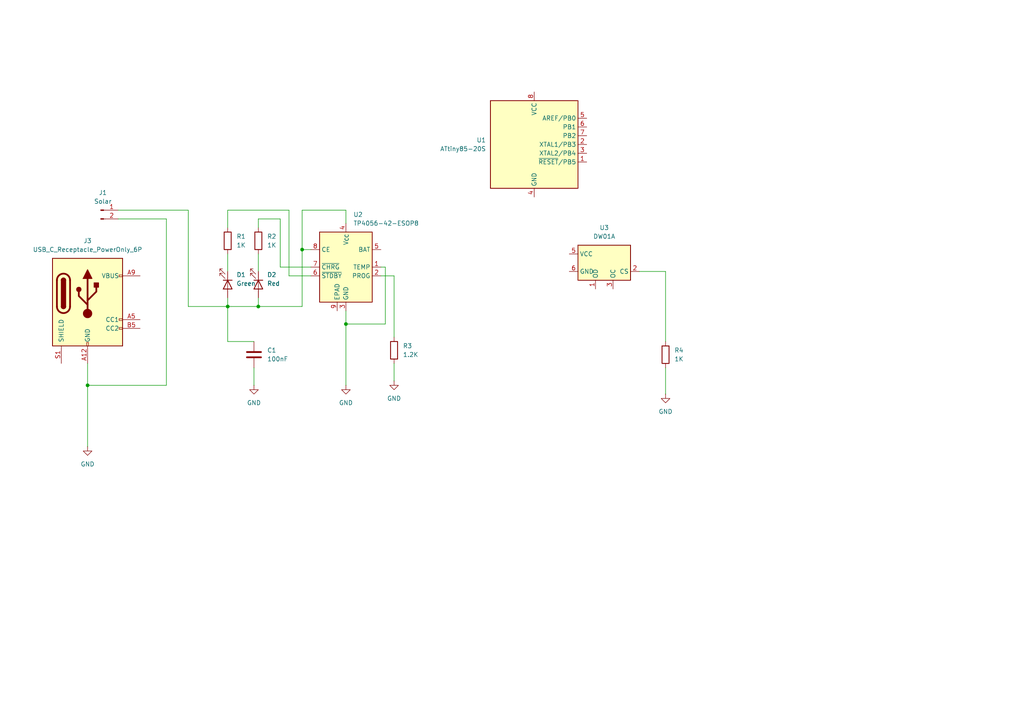
<source format=kicad_sch>
(kicad_sch (version 20250114) (generator "eeschema") (generator_version "9.0")
  (paper "A4")
  (lib_symbols
    (symbol "Battery_Management:DW01A"
      (property "Reference" "U" (at -6.604 6.35 0))
      (property "Value" "DW01A" (at 4.318 6.604 0))
      (symbol "DW01A_0_1"
        (pin power_in line (at -10.16 2.54 0) (length 2.54) (name "VCC") (number "5"))
        (pin power_in line (at -10.16 -2.54 0) (length 2.54) (name "GND") (number "6"))
        (pin output line (at -2.54 -7.62 90) (length 2.54) (name "OD") (number "1"))
        (pin output line (at 2.54 -7.62 90) (length 2.54) (name "OC") (number "3"))
        (pin input line (at 10.16 -2.54 180) (length 2.54) (name "CS") (number "2"))
      )
      (symbol "DW01A_1_1"
        (rectangle (start -7.62 5.08) (end 7.62 -5.08) (stroke (width 0.254)) (fill (type background)))
        (pin no_connect line (at 10.16 2.54 180) (length 2.54) (hide yes) (name "TD") (number "4"))
      )
    )
    (symbol "Battery_Management:TP4056-42-ESOP8"
      (property "Reference" "U" (at -6.604 11.684 0))
      (property "Value" "TP4056-42-ESOP8" (at 10.16 11.684 0))
      (symbol "TP4056-42-ESOP8_1_0"
        (pin input line (at -10.16 5.08 0) (length 2.54) (name "CE") (number "8"))
        (pin open_collector line (at -10.16 0 0) (length 2.54) (name "~{CHRG}") (number "7"))
        (pin open_collector line (at -10.16 -2.54 0) (length 2.54) (name "~{STDBY}") (number "6"))
        (pin passive line (at -2.54 -12.7 90) (length 2.54) (name "EPAD") (number "9"))
        (pin power_in line (at 0 12.7 270) (length 2.54) (name "V_{CC}") (number "4"))
        (pin power_in line (at 0 -12.7 90) (length 2.54) (name "GND") (number "3"))
        (pin power_out line (at 10.16 5.08 180) (length 2.54) (name "BAT") (number "5"))
        (pin input line (at 10.16 0 180) (length 2.54) (name "TEMP") (number "1"))
        (pin passive line (at 10.16 -2.54 180) (length 2.54) (name "PROG") (number "2"))
      )
      (symbol "TP4056-42-ESOP8_1_1"
        (rectangle (start -7.62 10.16) (end 7.62 -10.16) (stroke (width 0.254)) (fill (type background)))
      )
    )
    (symbol "Connector:Conn_01x02_Pin" (pin_names (offset 1.016) (hide yes))
      (property "Reference" "J" (at 0 2.54 0))
      (property "Value" "Conn_01x02_Pin" (at 0 -5.08 0))
      (symbol "Conn_01x02_Pin_1_1"
        (rectangle (start 0.8636 0.127) (end 0 -0.127) (stroke (width 0.1524)) (fill (type outline)))
        (rectangle (start 0.8636 -2.413) (end 0 -2.667) (stroke (width 0.1524)) (fill (type outline)))
        (polyline (pts (xy 1.27 0) (xy 0.8636 0)) (stroke (width 0.1524)))
        (polyline (pts (xy 1.27 -2.54) (xy 0.8636 -2.54)) (stroke (width 0.1524)))
        (pin passive line (at 5.08 0 180) (length 3.81) (name "Pin_1") (number "1"))
        (pin passive line (at 5.08 -2.54 180) (length 3.81) (name "Pin_2") (number "2"))
      )
    )
    (symbol "Connector:USB_C_Receptacle_PowerOnly_6P" (pin_names (offset 1.016))
      (property "Reference" "J" (at 0 16.51 0))
      (property "Value" "USB_C_Receptacle_PowerOnly_6P" (at 0 13.97 0))
      (symbol "USB_C_Receptacle_PowerOnly_6P_0_0"
        (rectangle (start -0.254 -12.7) (end 0.254 -11.684))
        (rectangle (start 10.16 7.874) (end 9.144 7.366))
        (rectangle (start 10.16 -4.826) (end 9.144 -5.334))
        (rectangle (start 10.16 -7.366) (end 9.144 -7.874))
      )
      (symbol "USB_C_Receptacle_PowerOnly_6P_0_1"
        (rectangle (start -10.16 12.7) (end 10.16 -12.7) (stroke (width 0.254)) (fill (type background)))
        (polyline (pts (xy -8.89 -1.27) (xy -8.89 6.35)) (stroke (width 0.508)))
        (rectangle (start -7.62 -1.27) (end -6.35 6.35) (stroke (width 0.254)) (fill (type outline)))
        (arc (start -7.62 6.35) (mid -6.985 6.9823) (end -6.35 6.35) (stroke (width 0.254)))
        (arc (start -7.62 6.35) (mid -6.985 6.9823) (end -6.35 6.35) (stroke (width 0.254)) (fill (type outline)))
        (arc (start -8.89 6.35) (mid -6.985 8.2467) (end -5.08 6.35) (stroke (width 0.508)))
        (arc (start -5.08 -1.27) (mid -6.985 -3.1667) (end -8.89 -1.27) (stroke (width 0.508)))
        (arc (start -6.35 -1.27) (mid -6.985 -1.9023) (end -7.62 -1.27) (stroke (width 0.254)))
        (arc (start -6.35 -1.27) (mid -6.985 -1.9023) (end -7.62 -1.27) (stroke (width 0.254)) (fill (type outline)))
        (polyline (pts (xy -5.08 6.35) (xy -5.08 -1.27)) (stroke (width 0.508)))
        (circle (center -2.54 3.683) (radius 0.635) (stroke (width 0.254)) (fill (type outline)))
        (polyline (pts (xy -1.27 6.858) (xy 0 9.398) (xy 1.27 6.858) (xy -1.27 6.858)) (stroke (width 0.254)) (fill (type outline)))
        (polyline (pts (xy 0 0.508) (xy 2.54 3.048) (xy 2.54 4.318)) (stroke (width 0.508)))
        (polyline (pts (xy 0 -0.762) (xy -2.54 1.778) (xy -2.54 3.048)) (stroke (width 0.508)))
        (polyline (pts (xy 0 -3.302) (xy 0 6.858)) (stroke (width 0.508)))
        (circle (center 0 -3.302) (radius 1.27) (fill (type outline)))
        (rectangle (start 1.905 4.318) (end 3.175 5.588) (stroke (width 0.254)) (fill (type outline)))
      )
      (symbol "USB_C_Receptacle_PowerOnly_6P_1_1"
        (pin passive line (at -7.62 -17.78 90) (length 5.08) (name "SHIELD") (number "S1"))
        (pin passive line (at 0 -17.78 90) (length 5.08) (name "GND") (number "A12"))
        (pin passive line (at 0 -17.78 90) (length 5.08) (hide yes) (name "GND") (number "B12"))
        (pin passive line (at 15.24 7.62 180) (length 5.08) (name "VBUS") (number "A9"))
        (pin passive line (at 15.24 7.62 180) (length 5.08) (hide yes) (name "VBUS") (number "B9"))
        (pin bidirectional line (at 15.24 -5.08 180) (length 5.08) (name "CC1") (number "A5"))
        (pin bidirectional line (at 15.24 -7.62 180) (length 5.08) (name "CC2") (number "B5"))
      )
    )
    (symbol "Device:C" (pin_numbers (hide yes)) (pin_names (offset 0.254))
      (property "Reference" "C" (at 0.635 2.54 0))
      (property "Value" "C" (at 0.635 -2.54 0))
      (symbol "C_0_1"
        (polyline (pts (xy -2.032 0.762) (xy 2.032 0.762)) (stroke (width 0.508)))
        (polyline (pts (xy -2.032 -0.762) (xy 2.032 -0.762)) (stroke (width 0.508)))
      )
      (symbol "C_1_1"
        (pin passive line (at 0 3.81 270) (length 2.794) (name "~") (number "1"))
        (pin passive line (at 0 -3.81 90) (length 2.794) (name "~") (number "2"))
      )
    )
    (symbol "Device:LED" (pin_numbers (hide yes)) (pin_names (offset 1.016) (hide yes))
      (property "Reference" "D" (at 0 2.54 0))
      (property "Value" "LED" (at 0 -2.54 0))
      (symbol "LED_0_1"
        (polyline (pts (xy -3.048 -0.762) (xy -4.572 -2.286) (xy -3.81 -2.286) (xy -4.572 -2.286) (xy -4.572 -1.524)))
        (polyline (pts (xy -1.778 -0.762) (xy -3.302 -2.286) (xy -2.54 -2.286) (xy -3.302 -2.286) (xy -3.302 -1.524)))
        (polyline (pts (xy -1.27 0) (xy 1.27 0)))
        (polyline (pts (xy -1.27 -1.27) (xy -1.27 1.27)) (stroke (width 0.254)))
        (polyline (pts (xy 1.27 -1.27) (xy 1.27 1.27) (xy -1.27 0) (xy 1.27 -1.27)) (stroke (width 0.254)))
      )
      (symbol "LED_1_1"
        (pin passive line (at -3.81 0 0) (length 2.54) (name "K") (number "1"))
        (pin passive line (at 3.81 0 180) (length 2.54) (name "A") (number "2"))
      )
    )
    (symbol "Device:R" (pin_numbers (hide yes)) (pin_names (offset 0))
      (property "Reference" "R" (at 2.032 0 90))
      (property "Value" "R" (at 0 0 90))
      (symbol "R_0_1"
        (rectangle (start -1.016 -2.54) (end 1.016 2.54) (stroke (width 0.254)))
      )
      (symbol "R_1_1"
        (pin passive line (at 0 3.81 270) (length 1.27) (name "~") (number "1"))
        (pin passive line (at 0 -3.81 90) (length 1.27) (name "~") (number "2"))
      )
    )
    (symbol "MCU_Microchip_ATtiny:ATtiny85-20S"
      (property "Reference" "U" (at -12.7 13.97 0))
      (property "Value" "ATtiny85-20S" (at 2.54 -13.97 0))
      (symbol "ATtiny85-20S_0_1"
        (rectangle (start -12.7 -12.7) (end 12.7 12.7) (stroke (width 0.254)) (fill (type background)))
      )
      (symbol "ATtiny85-20S_1_1"
        (pin power_in line (at 0 15.24 270) (length 2.54) (name "VCC") (number "8"))
        (pin power_in line (at 0 -15.24 90) (length 2.54) (name "GND") (number "4"))
        (pin bidirectional line (at 15.24 7.62 180) (length 2.54) (name "AREF/PB0") (number "5"))
        (pin bidirectional line (at 15.24 5.08 180) (length 2.54) (name "PB1") (number "6"))
        (pin bidirectional line (at 15.24 2.54 180) (length 2.54) (name "PB2") (number "7"))
        (pin bidirectional line (at 15.24 0 180) (length 2.54) (name "XTAL1/PB3") (number "2"))
        (pin bidirectional line (at 15.24 -2.54 180) (length 2.54) (name "XTAL2/PB4") (number "3"))
        (pin bidirectional line (at 15.24 -5.08 180) (length 2.54) (name "~{RESET}/PB5") (number "1"))
      )
    )
    (symbol "power:GND" (power) (pin_numbers (hide yes)) (pin_names (offset 0) (hide yes))
      (property "Value" "GND" (at 0 -3.81 0))
      (symbol "GND_0_1"
        (polyline (pts (xy 0 0) (xy 0 -1.27) (xy 1.27 -1.27) (xy 0 -2.54) (xy -1.27 -1.27) (xy 0 -1.27)))
      )
      (symbol "GND_1_1"
        (pin power_in line (at 0 0 270) (length 0) (name "~") (number "1"))
      )
    )
  )
  (junction (at 87.63 72.39))
  (junction (at 100.33 93.98))
  (junction (at 25.4 111.76))
  (junction (at 74.93 88.9))
  (junction (at 66.04 88.9))
  (wire (pts (xy 34.29 63.5) (xy 48.26 63.5)))
  (wire (pts (xy 74.93 73.66) (xy 74.93 78.74)))
  (wire (pts (xy 74.93 86.36) (xy 74.93 88.9)))
  (wire (pts (xy 81.28 77.47) (xy 81.28 63.5)))
  (wire (pts (xy 66.04 60.96) (xy 83.82 60.96)))
  (wire (pts (xy 100.33 60.96) (xy 87.63 60.96)))
  (wire (pts (xy 114.3 105.41) (xy 114.3 110.49)))
  (wire (pts (xy 48.26 111.76) (xy 25.4 111.76)))
  (wire (pts (xy 100.33 90.17) (xy 100.33 93.98)))
  (wire (pts (xy 83.82 80.01) (xy 83.82 60.96)))
  (wire (pts (xy 111.76 93.98) (xy 100.33 93.98)))
  (wire (pts (xy 66.04 73.66) (xy 66.04 78.74)))
  (wire (pts (xy 73.66 106.68) (xy 73.66 111.76)))
  (wire (pts (xy 193.04 78.74) (xy 193.04 99.06)))
  (wire (pts (xy 87.63 72.39) (xy 90.17 72.39)))
  (wire (pts (xy 87.63 72.39) (xy 87.63 88.9)))
  (wire (pts (xy 34.29 60.96) (xy 54.61 60.96)))
  (wire (pts (xy 193.04 106.68) (xy 193.04 114.3)))
  (wire (pts (xy 110.49 77.47) (xy 111.76 77.47)))
  (wire (pts (xy 193.04 78.74) (xy 185.42 78.74)))
  (wire (pts (xy 73.66 99.06) (xy 66.04 99.06)))
  (wire (pts (xy 100.33 93.98) (xy 100.33 111.76)))
  (wire (pts (xy 114.3 80.01) (xy 114.3 97.79)))
  (wire (pts (xy 25.4 105.41) (xy 25.4 111.76)))
  (wire (pts (xy 87.63 60.96) (xy 87.63 72.39)))
  (wire (pts (xy 66.04 88.9) (xy 74.93 88.9)))
  (wire (pts (xy 111.76 77.47) (xy 111.76 93.98)))
  (wire (pts (xy 74.93 66.04) (xy 74.93 63.5)))
  (wire (pts (xy 87.63 88.9) (xy 74.93 88.9)))
  (wire (pts (xy 66.04 99.06) (xy 66.04 88.9)))
  (wire (pts (xy 66.04 66.04) (xy 66.04 60.96)))
  (wire (pts (xy 81.28 77.47) (xy 90.17 77.47)))
  (wire (pts (xy 110.49 80.01) (xy 114.3 80.01)))
  (wire (pts (xy 48.26 63.5) (xy 48.26 111.76)))
  (wire (pts (xy 66.04 88.9) (xy 66.04 86.36)))
  (wire (pts (xy 100.33 64.77) (xy 100.33 60.96)))
  (wire (pts (xy 25.4 111.76) (xy 25.4 129.54)))
  (wire (pts (xy 54.61 88.9) (xy 66.04 88.9)))
  (wire (pts (xy 83.82 80.01) (xy 90.17 80.01)))
  (wire (pts (xy 74.93 63.5) (xy 81.28 63.5)))
  (wire (pts (xy 54.61 60.96) (xy 54.61 88.9)))
  (symbol (lib_id "power:GND") (at 100.33 111.76 0) (unit 1)
    (property "Reference" "#PWR03" (effects (hide yes)))
    (property "Value" "GND" (at 100.33 116.84 0))
    (property "Description" "Power symbol creates a global label with name \"GND\" , ground" (effects (hide yes)))
  )
  (symbol (lib_id "Connector:USB_C_Receptacle_PowerOnly_6P") (at 25.4 87.63 0) (unit 1)
    (property "Reference" "J3" (at 25.4 69.85 0))
    (property "Value" "USB_C_Receptacle_PowerOnly_6P" (at 25.4 72.39 0))
    (property "Footprint" "Connector_USB:USB_C_Receptacle_GCT_USB4135-GF-A_6P_TopMnt_Horizontal" (effects (hide yes)))
    (property "Datasheet" "https://www.usb.org/sites/default/files/documents/usb_type-c.zip" (effects (hide yes)))
    (property "Description" "USB Power-Only 6P Type-C Receptacle connector" (effects (hide yes)))
  )
  (symbol (lib_id "power:GND") (at 73.66 111.76 0) (unit 1)
    (property "Reference" "#PWR02" (effects (hide yes)))
    (property "Value" "GND" (at 73.66 116.84 0))
    (property "Description" "Power symbol creates a global label with name \"GND\" , ground" (effects (hide yes)))
  )
  (symbol (lib_id "Device:LED") (at 74.93 82.55 270) (unit 1)
    (property "Reference" "D2" (at 77.47 79.6924 90) (effects (justify left)))
    (property "Value" "Red" (at 77.47 82.2324 90) (effects (justify left)))
    (property "Footprint" "LED_SMD:LED_0201_0603Metric" (effects (hide yes)))
    (property "Description" "Light emitting diode" (effects (hide yes)))
    (property "Sim.Pins" "1=K 2=A" (effects (hide yes)))
  )
  (symbol (lib_id "power:GND") (at 25.4 129.54 0) (unit 1)
    (property "Reference" "#PWR05" (effects (hide yes)))
    (property "Value" "GND" (at 25.4 134.62 0))
    (property "Description" "Power symbol creates a global label with name \"GND\" , ground" (effects (hide yes)))
  )
  (symbol (lib_id "Device:R") (at 114.3 101.6 0) (unit 1)
    (property "Reference" "R3" (at 116.84 100.3299 0) (effects (justify left)))
    (property "Value" "1.2K" (at 116.84 102.8699 0) (effects (justify left)))
    (property "Footprint" "Resistor_SMD:R_0201_0603Metric" (effects (hide yes)))
    (property "Description" "Resistor" (effects (hide yes)))
  )
  (symbol (lib_id "Device:LED") (at 66.04 82.55 270) (unit 1)
    (property "Reference" "D1" (at 68.58 79.6924 90) (effects (justify left)))
    (property "Value" "Green" (at 68.58 82.2324 90) (effects (justify left)))
    (property "Footprint" "LED_SMD:LED_0201_0603Metric" (effects (hide yes)))
    (property "Description" "Light emitting diode" (effects (hide yes)))
    (property "Sim.Pins" "1=K 2=A" (effects (hide yes)))
  )
  (symbol (lib_id "Battery_Management:TP4056-42-ESOP8") (at 100.33 77.47 0) (unit 1)
    (property "Reference" "U2" (at 102.4733 62.23 0) (effects (justify left)))
    (property "Value" "TP4056-42-ESOP8" (at 102.4733 64.77 0) (effects (justify left)))
    (property "Footprint" "Package_SO:SOIC-8-1EP_3.9x4.9mm_P1.27mm_EP2.41x3.3mm_ThermalVias" (effects (hide yes)))
    (property "Datasheet" "https://www.lcsc.com/datasheet/lcsc_datasheet_2410121619_TOPPOWER-Nanjing-Extension-Microelectronics-TP4056-42-ESOP8_C16581.pdf" (effects (hide yes)))
    (property "Description" "1A Standalone Linear Li-ion/LiPo single-cell battery charger, 4.2V ±1% charge voltage, VCC = 4.0..8.0V, SOIC-8 (SOP-8)" (effects (hide yes)))
  )
  (symbol (lib_id "Battery_Management:DW01A") (at 175.26 76.2 0) (unit 1)
    (property "Reference" "U3" (at 175.26 66.04 0))
    (property "Value" "DW01A" (at 175.26 68.58 0))
    (property "Footprint" "Package_TO_SOT_SMD:SOT-23-6" (effects (hide yes)))
    (property "Datasheet" "https://hmsemi.com/downfile/DW01A.PDF" (effects (hide yes)))
    (property "Description" "Overcharge, overcurrent and overdischarge protection IC for single cell lithium-ion/polymer battery" (effects (hide yes)))
  )
  (symbol (lib_id "Device:R") (at 74.93 69.85 0) (unit 1)
    (property "Reference" "R2" (at 77.47 68.5799 0) (effects (justify left)))
    (property "Value" "1K" (at 77.47 71.1199 0) (effects (justify left)))
    (property "Footprint" "Resistor_SMD:R_0402_1005Metric" (effects (hide yes)))
    (property "Description" "Resistor" (effects (hide yes)))
  )
  (symbol (lib_id "power:GND") (at 193.04 114.3 0) (unit 1)
    (property "Reference" "#PWR04" (effects (hide yes)))
    (property "Value" "GND" (at 193.04 119.38 0))
    (property "Description" "Power symbol creates a global label with name \"GND\" , ground" (effects (hide yes)))
  )
  (symbol (lib_id "Device:R") (at 66.04 69.85 0) (unit 1)
    (property "Reference" "R1" (at 68.58 68.5799 0) (effects (justify left)))
    (property "Value" "1K" (at 68.58 71.1199 0) (effects (justify left)))
    (property "Footprint" "Resistor_SMD:R_0402_1005Metric" (effects (hide yes)))
    (property "Description" "Resistor" (effects (hide yes)))
  )
  (symbol (lib_id "MCU_Microchip_ATtiny:ATtiny85-20S") (at 154.94 41.91 0) (unit 1)
    (property "Reference" "U1" (at 140.97 40.6399 0) (effects (justify right)))
    (property "Value" "ATtiny85-20S" (at 140.97 43.1799 0) (effects (justify right)))
    (property "Footprint" "Package_SO:SOIC-8_5.3x5.3mm_P1.27mm" (effects (hide yes)))
    (property "Datasheet" "http://ww1.microchip.com/downloads/en/DeviceDoc/atmel-2586-avr-8-bit-microcontroller-attiny25-attiny45-attiny85_datasheet.pdf" (effects (hide yes)))
    (property "Description" "20MHz, 8kB Flash, 512B SRAM, 512B EEPROM, debugWIRE, SOIC-8" (effects (hide yes)))
  )
  (symbol (lib_id "Connector:Conn_01x02_Pin") (at 29.21 60.96 0) (unit 1)
    (property "Reference" "J1" (at 29.845 55.88 0))
    (property "Value" "Solar" (at 29.845 58.42 0))
    (property "Footprint" "Connector_AMASS:AMASS_XT30U-F_1x02_P5.0mm_Vertical" (effects (hide yes)))
    (property "Description" "Generic connector, single row, 01x02, script generated" (effects (hide yes)))
  )
  (symbol (lib_id "power:GND") (at 114.3 110.49 0) (unit 1)
    (property "Reference" "#PWR01" (effects (hide yes)))
    (property "Value" "GND" (at 114.3 115.57 0))
    (property "Description" "Power symbol creates a global label with name \"GND\" , ground" (effects (hide yes)))
  )
  (symbol (lib_id "Device:C") (at 73.66 102.87 0) (unit 1)
    (property "Reference" "C1" (at 77.47 101.5999 0) (effects (justify left)))
    (property "Value" "100nF" (at 77.47 104.1399 0) (effects (justify left)))
    (property "Footprint" "Capacitor_SMD:C_0201_0603Metric" (effects (hide yes)))
    (property "Description" "Unpolarized capacitor" (effects (hide yes)))
  )
  (symbol (lib_id "Device:R") (at 193.04 102.87 0) (unit 1)
    (property "Reference" "R4" (at 195.58 101.5999 0) (effects (justify left)))
    (property "Value" "1K" (at 195.58 104.1399 0) (effects (justify left)))
    (property "Footprint" "Resistor_SMD:R_0201_0603Metric" (effects (hide yes)))
    (property "Description" "Resistor" (effects (hide yes)))
  )
)
</source>
